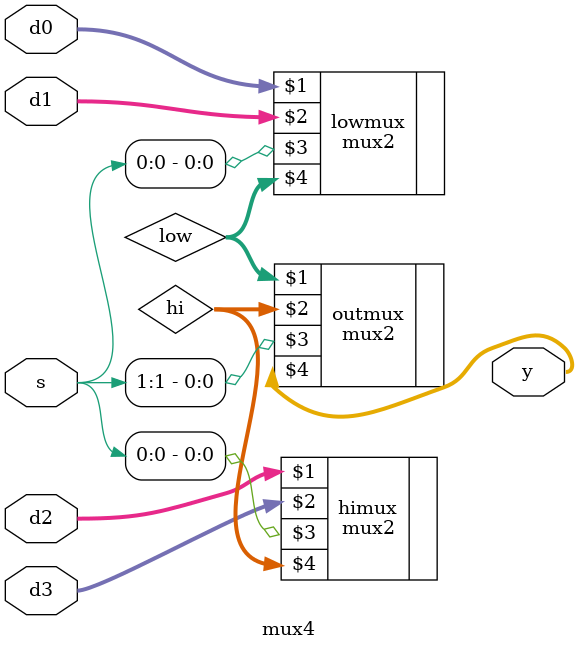
<source format=sv>
module mux4 #(parameter N = 4)(input logic [N - 1:0] d0, d1, d2, d3,
input logic [1:0] s,output logic [N - 1:0] y);
logic [N - 1:0] low, hi;

mux2 #(N) lowmux(d0, d1, s[0], low);
mux2 #(N) himux(d2, d3, s[0], hi);
mux2 #(N) outmux(low, hi, s[1], y);

endmodule
</source>
